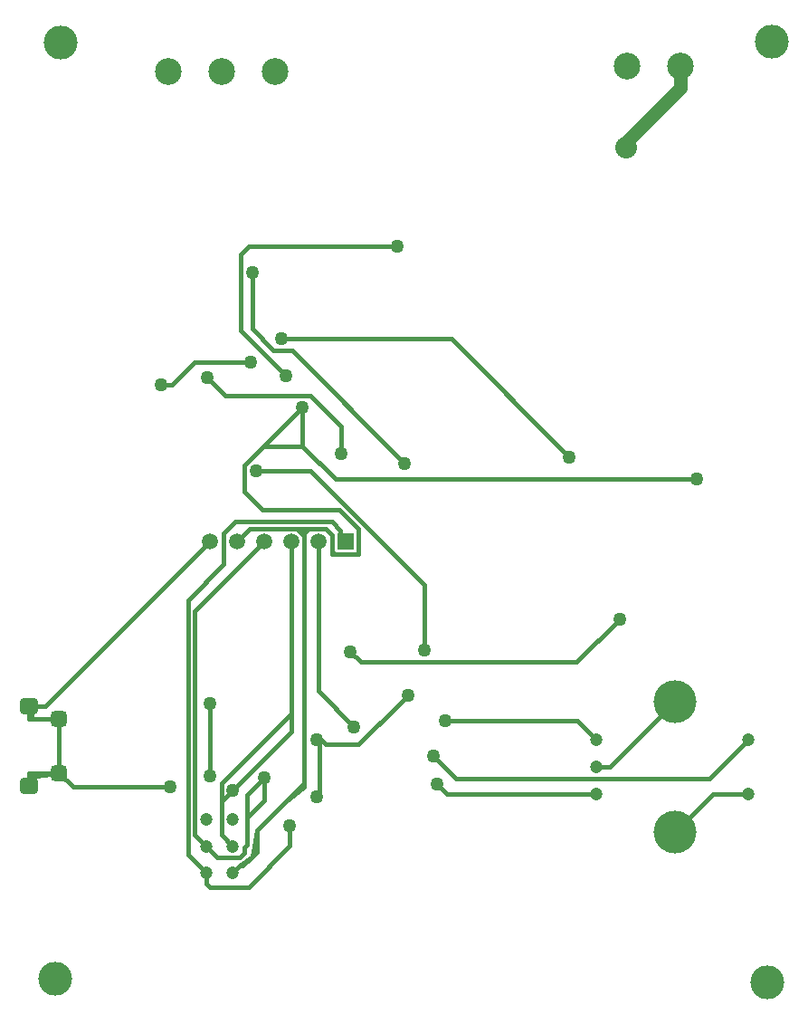
<source format=gbl>
G04*
G04 #@! TF.GenerationSoftware,Altium Limited,Altium Designer,20.0.12 (288)*
G04*
G04 Layer_Physical_Order=2*
G04 Layer_Color=16711680*
%FSLAX43Y43*%
%MOMM*%
G71*
G01*
G75*
%ADD69C,0.381*%
%ADD70C,1.270*%
%ADD71C,3.175*%
%ADD72C,2.500*%
G04:AMPARAMS|DCode=73|XSize=1.7mm|YSize=1.5mm|CornerRadius=0.375mm|HoleSize=0mm|Usage=FLASHONLY|Rotation=180.000|XOffset=0mm|YOffset=0mm|HoleType=Round|Shape=RoundedRectangle|*
%AMROUNDEDRECTD73*
21,1,1.700,0.750,0,0,180.0*
21,1,0.950,1.500,0,0,180.0*
1,1,0.750,-0.475,0.375*
1,1,0.750,0.475,0.375*
1,1,0.750,0.475,-0.375*
1,1,0.750,-0.475,-0.375*
%
%ADD73ROUNDEDRECTD73*%
G04:AMPARAMS|DCode=74|XSize=1.5mm|YSize=1.5mm|CornerRadius=0.375mm|HoleSize=0mm|Usage=FLASHONLY|Rotation=180.000|XOffset=0mm|YOffset=0mm|HoleType=Round|Shape=RoundedRectangle|*
%AMROUNDEDRECTD74*
21,1,1.500,0.750,0,0,180.0*
21,1,0.750,1.500,0,0,180.0*
1,1,0.750,-0.375,0.375*
1,1,0.750,0.375,0.375*
1,1,0.750,0.375,-0.375*
1,1,0.750,-0.375,-0.375*
%
%ADD74ROUNDEDRECTD74*%
%ADD75C,4.000*%
%ADD76R,1.500X1.500*%
%ADD77C,1.500*%
%ADD78C,1.200*%
%ADD79C,1.270*%
%ADD80C,2.032*%
D69*
X45085Y91059D02*
X46085D01*
X48219Y93193D01*
X59941Y52852D02*
X59957D01*
Y58039D01*
X59667Y52578D02*
X59941Y52852D01*
X70891Y82271D02*
X95250D01*
X61112Y75235D02*
Y75489D01*
X61366Y75235D02*
X63552D01*
X61112D02*
X61366D01*
X57785Y77625D02*
X58930D01*
X54686Y85369D02*
X58318Y89002D01*
X58496Y76913D02*
Y77191D01*
X32766Y59844D02*
X33069D01*
X32766Y54458D02*
Y54777D01*
X57277Y58623D02*
Y60380D01*
X72271Y95377D02*
X72279Y95369D01*
X56312D02*
X72279D01*
X63576Y57455D02*
X67513Y61392D01*
X59957Y58039D02*
X60541Y57455D01*
X48209Y93193D02*
X48219D01*
X53137Y50622D02*
Y52730D01*
Y48082D02*
Y50622D01*
X51816Y45442D02*
X52501Y46127D01*
X53631Y46990D02*
X54069Y49429D01*
X58930Y77625D02*
X60551D01*
X61112Y75489D02*
X61366Y75235D01*
X52883Y81077D02*
Y83566D01*
X54686Y85369D01*
X58318D02*
X61417Y82271D01*
X60551Y77625D02*
X61112Y77064D01*
Y75489D02*
Y77064D01*
X63552Y75235D02*
Y77625D01*
X54585Y79375D02*
X61801D01*
X52883Y81077D02*
X54585Y79375D01*
X54686Y85369D02*
X58318D01*
X32766Y53564D02*
Y54458D01*
X35560Y54777D01*
X33069Y59844D02*
X35560D01*
X32766Y61057D02*
X33069Y59844D01*
X51818Y53164D02*
X57277Y58623D01*
X72279Y95369D02*
X83320Y84328D01*
X49708Y54534D02*
Y61290D01*
X53619Y96304D02*
X55626Y94298D01*
X61976Y84633D02*
Y87165D01*
X48219Y93193D02*
X53483D01*
X49316Y47942D02*
X50370Y46888D01*
X52438D02*
X52857Y47307D01*
Y47803D02*
X53137Y48082D01*
Y52730D02*
X54762Y54356D01*
X62840Y66116D02*
X63804Y65152D01*
X59817Y62433D02*
Y76430D01*
Y62433D02*
X63157Y59093D01*
X59080Y83007D02*
X69748Y72339D01*
X84075Y59665D02*
X85852Y57888D01*
X96774Y52808D02*
X100052D01*
X87122Y55348D02*
X93218Y61444D01*
X85852Y55348D02*
X87122D01*
X35560Y54777D02*
Y59844D01*
Y54777D02*
X36870Y53467D01*
X34284Y61057D02*
X49657Y76430D01*
X70942Y53746D02*
X71881Y52808D01*
X49316Y44450D02*
Y45442D01*
X49646Y44120D02*
X53289D01*
X47625Y70942D02*
X50978Y74295D01*
X52047Y78260D02*
X61075D01*
X61865Y77470D01*
Y76922D02*
Y77470D01*
Y76922D02*
X62357Y76430D01*
X50761Y48997D02*
Y52108D01*
X51818Y53164D01*
X57366Y94298D02*
X67905Y83758D01*
X52527Y96126D02*
X56753Y91900D01*
X53340Y104064D02*
X67199D01*
X48260Y48998D02*
X49316Y47942D01*
X48260Y48998D02*
Y69953D01*
X72720Y54229D02*
X96393D01*
X67513Y61392D02*
X68199Y62078D01*
X58496Y53468D02*
Y53856D01*
Y76913D01*
X56762Y52122D02*
X58496Y53856D01*
X54069Y49429D02*
X56762Y52122D01*
X53631Y46990D02*
X54069Y47428D01*
X52768Y46127D02*
X53631Y46990D01*
X50761Y52108D02*
Y53865D01*
X52501Y46127D02*
X52768D01*
X54069Y47428D02*
Y49429D01*
X58496Y77191D02*
X58930Y77625D01*
X61801Y79375D02*
X63552Y77625D01*
X61417Y82271D02*
X70891D01*
X58318Y85369D02*
Y89002D01*
X52501Y46127D02*
X53631Y46990D01*
X56762Y52122D02*
X58496Y53468D01*
X57785Y77625D02*
X58496Y76913D01*
X53392Y77625D02*
X57785D01*
X52197Y76430D02*
X53392Y77625D01*
X63804Y65152D02*
X83948D01*
X87995Y69199D01*
X69748Y66243D02*
Y72339D01*
X53975Y83007D02*
X59080D01*
X71716Y59665D02*
X84075D01*
X93218Y49252D02*
X96774Y52808D01*
X50761Y53865D02*
X57277Y60380D01*
Y76430D01*
X50761Y48997D02*
X51816Y47942D01*
X60541Y57455D02*
X63576D01*
X52527Y103251D02*
X53340Y104064D01*
X52527Y96126D02*
Y103251D01*
X48260Y69953D02*
X54737Y76430D01*
X70585Y56364D02*
X72720Y54229D01*
X96393D02*
X100052Y57888D01*
X36870Y53467D02*
X45923D01*
X49454Y91770D02*
X51138Y90086D01*
X59055D01*
X61976Y87165D01*
X55626Y94298D02*
X57366D01*
X53619Y96304D02*
Y101549D01*
X54762Y52248D02*
Y54356D01*
X53137Y50622D02*
X54762Y52248D01*
X52857Y47307D02*
Y47803D01*
X50370Y46888D02*
X52438D01*
X56388Y95377D02*
X72271D01*
X49316Y44450D02*
X49646Y44120D01*
X53289D02*
X57150Y47981D01*
Y49886D01*
X71881Y52808D02*
X85852D01*
X50978Y77191D02*
X52047Y78260D01*
X50978Y74295D02*
Y77191D01*
X47625Y47133D02*
Y70942D01*
Y47133D02*
X49316Y45442D01*
X32766Y61057D02*
X34284D01*
X32766Y54777D02*
X35560D01*
X32766Y59844D02*
Y61057D01*
D70*
X88646Y113284D02*
Y113792D01*
X93726Y118872D01*
Y120904D01*
D71*
X101854Y35179D02*
D03*
X102235Y123190D02*
D03*
X35179Y35560D02*
D03*
X35687Y123063D02*
D03*
D72*
X88726Y120904D02*
D03*
X93726D02*
D03*
X45800Y120396D02*
D03*
X50800D02*
D03*
X55800D02*
D03*
D73*
X32766Y61057D02*
D03*
Y53564D02*
D03*
D74*
X35560Y59844D02*
D03*
Y54777D02*
D03*
D75*
X93218Y49252D02*
D03*
Y61444D02*
D03*
D76*
X62357Y76430D02*
D03*
D77*
X59817D02*
D03*
X57277D02*
D03*
X54737D02*
D03*
X52197D02*
D03*
X49657D02*
D03*
D78*
X100052Y57888D02*
D03*
X85852Y55348D02*
D03*
Y57888D02*
D03*
X100052Y52808D02*
D03*
X85852D02*
D03*
X51816Y45442D02*
D03*
Y47942D02*
D03*
Y50442D02*
D03*
X49316Y45442D02*
D03*
Y47942D02*
D03*
Y50442D02*
D03*
D79*
X45085Y91059D02*
D03*
X59690Y57912D02*
D03*
X59667Y52578D02*
D03*
X68199Y62078D02*
D03*
X58318Y89002D02*
D03*
X95250Y82271D02*
D03*
X51818Y53164D02*
D03*
X67905Y83758D02*
D03*
X53619Y101549D02*
D03*
X49454Y91770D02*
D03*
X61976Y84633D02*
D03*
X53483Y93193D02*
D03*
X54762Y54356D02*
D03*
X62840Y66116D02*
D03*
X87995Y69199D02*
D03*
X63157Y59093D02*
D03*
X53975Y83007D02*
D03*
X69748Y66243D02*
D03*
X71716Y59665D02*
D03*
X45923Y53467D02*
D03*
X70942Y53746D02*
D03*
X57150Y49886D02*
D03*
X56388Y95377D02*
D03*
X83320Y84328D02*
D03*
X49708Y54534D02*
D03*
Y61290D02*
D03*
X56753Y91900D02*
D03*
X67199Y104064D02*
D03*
X70585Y56364D02*
D03*
D80*
X88646Y113284D02*
D03*
M02*

</source>
